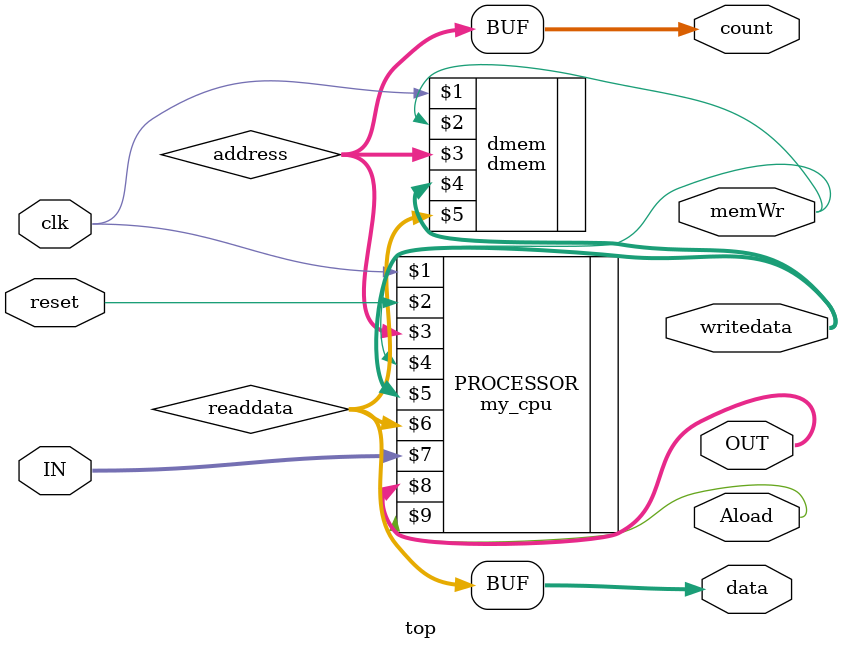
<source format=v>
module top(input clk, reset,
input [7:0] IN,
output [7:0] writedata,
output memWr,output[7:0] OUT,output [7:0] data,
output [5:0] count,output Aload);

wire [5:0] address;
wire [7:0] readdata;

assign data = readdata;
assign count = address;

my_cpu PROCESSOR(clk,reset,address,memWr,writedata,readdata,IN,OUT,Aload);

dmem dmem(clk,memWr,address,writedata,readdata);

endmodule 
</source>
